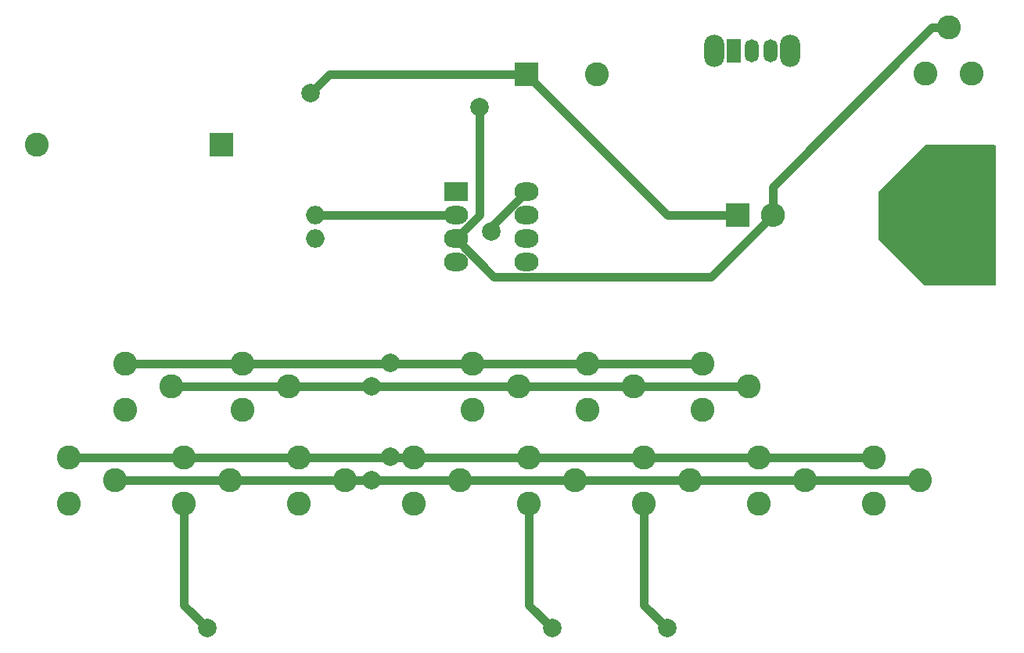
<source format=gbr>
%TF.GenerationSoftware,KiCad,Pcbnew,7.0.10*%
%TF.CreationDate,2024-02-14T13:14:13+01:00*%
%TF.ProjectId,stylophone,7374796c-6f70-4686-9f6e-652e6b696361,rev?*%
%TF.SameCoordinates,Original*%
%TF.FileFunction,Copper,L2,Bot*%
%TF.FilePolarity,Positive*%
%FSLAX46Y46*%
G04 Gerber Fmt 4.6, Leading zero omitted, Abs format (unit mm)*
G04 Created by KiCad (PCBNEW 7.0.10) date 2024-02-14 13:14:13*
%MOMM*%
%LPD*%
G01*
G04 APERTURE LIST*
%TA.AperFunction,ComponentPad*%
%ADD10C,2.600000*%
%TD*%
%TA.AperFunction,ComponentPad*%
%ADD11O,2.200000X3.500000*%
%TD*%
%TA.AperFunction,ComponentPad*%
%ADD12R,1.500000X2.500000*%
%TD*%
%TA.AperFunction,ComponentPad*%
%ADD13O,1.500000X2.500000*%
%TD*%
%TA.AperFunction,ComponentPad*%
%ADD14R,2.600000X2.600000*%
%TD*%
%TA.AperFunction,ComponentPad*%
%ADD15O,2.000000X2.000000*%
%TD*%
%TA.AperFunction,ComponentPad*%
%ADD16R,2.600000X2.000000*%
%TD*%
%TA.AperFunction,ComponentPad*%
%ADD17O,2.600000X2.000000*%
%TD*%
%TA.AperFunction,ComponentPad*%
%ADD18O,2.600000X2.600000*%
%TD*%
%TA.AperFunction,ViaPad*%
%ADD19C,2.000000*%
%TD*%
%TA.AperFunction,Conductor*%
%ADD20C,0.900000*%
%TD*%
G04 APERTURE END LIST*
D10*
%TO.P,RV_G1,1,1*%
%TO.N,/G*%
X81574000Y-79462000D03*
%TO.P,RV_G1,2,2*%
%TO.N,/DIS*%
X86574000Y-76962000D03*
%TO.P,RV_G1,3,3*%
%TO.N,/GND*%
X81574000Y-74462000D03*
%TD*%
%TO.P,RV_F#1,1,1*%
%TO.N,/F#*%
X75478000Y-69302000D03*
%TO.P,RV_F#1,2,2*%
%TO.N,/DIS*%
X80478000Y-66802000D03*
%TO.P,RV_F#1,3,3*%
%TO.N,/GND*%
X75478000Y-64302000D03*
%TD*%
%TO.P,RV_G#1,1,1*%
%TO.N,/G#*%
X87924000Y-69302000D03*
%TO.P,RV_G#1,2,2*%
%TO.N,/DIS*%
X92924000Y-66802000D03*
%TO.P,RV_G#1,3,3*%
%TO.N,/GND*%
X87924000Y-64302000D03*
%TD*%
D11*
%TO.P,SW1,*%
%TO.N,*%
X101600000Y-30480000D03*
X109800000Y-30480000D03*
D12*
%TO.P,SW1,1,A*%
%TO.N,/VCC*%
X103700000Y-30480000D03*
D13*
%TO.P,SW1,2,A*%
X105700000Y-30480000D03*
%TO.P,SW1,3,B*%
%TO.N,/VCC_Sw*%
X107700000Y-30480000D03*
%TD*%
D10*
%TO.P,RV_E1,1,1*%
%TO.N,/E*%
X56682000Y-79462000D03*
%TO.P,RV_E1,2,2*%
%TO.N,/DIS*%
X61682000Y-76962000D03*
%TO.P,RV_E1,3,3*%
%TO.N,/GND*%
X56682000Y-74462000D03*
%TD*%
%TO.P,RV2,1,1*%
%TO.N,/GND*%
X129500000Y-32940000D03*
%TO.P,RV2,2,2*%
%TO.N,/Q*%
X127000000Y-27940000D03*
%TO.P,RV2,3,3*%
%TO.N,unconnected-(RV2-Pad3)*%
X124500000Y-32940000D03*
%TD*%
%TO.P,RV_C#1,1,1*%
%TO.N,/C#*%
X37886000Y-69302000D03*
%TO.P,RV_C#1,2,2*%
%TO.N,/DIS*%
X42886000Y-66802000D03*
%TO.P,RV_C#1,3,3*%
%TO.N,/GND*%
X37886000Y-64302000D03*
%TD*%
%TO.P,RV_F1,1,1*%
%TO.N,/F*%
X69128000Y-79462000D03*
%TO.P,RV_F1,2,2*%
%TO.N,/DIS*%
X74128000Y-76962000D03*
%TO.P,RV_F1,3,3*%
%TO.N,/GND*%
X69128000Y-74462000D03*
%TD*%
D14*
%TO.P,BZ1,1,-*%
%TO.N,Net-(BZ1--)*%
X81280000Y-33020000D03*
D10*
%TO.P,BZ1,2,+*%
%TO.N,/GND*%
X88880000Y-33020000D03*
%TD*%
%TO.P,RV_B1,1,1*%
%TO.N,/B*%
X106466000Y-79462000D03*
%TO.P,RV_B1,2,2*%
%TO.N,/DIS*%
X111466000Y-76962000D03*
%TO.P,RV_B1,3,3*%
%TO.N,/GND*%
X106466000Y-74462000D03*
%TD*%
D15*
%TO.P,C1,1*%
%TO.N,/GND*%
X58420000Y-50760000D03*
%TO.P,C1,2*%
%TO.N,Net-(U1-THR)*%
X58420000Y-48260000D03*
%TD*%
D16*
%TO.P,U1,1,GND*%
%TO.N,/GND*%
X73660000Y-45720000D03*
D17*
%TO.P,U1,2,TR*%
%TO.N,Net-(U1-THR)*%
X73660000Y-48260000D03*
%TO.P,U1,3,Q*%
%TO.N,/Q*%
X73660000Y-50800000D03*
%TO.P,U1,4,R*%
%TO.N,/VCC_Sw*%
X73660000Y-53340000D03*
%TO.P,U1,5,CV*%
%TO.N,unconnected-(U1-CV-Pad5)*%
X81280000Y-53340000D03*
%TO.P,U1,6,THR*%
%TO.N,Net-(U1-THR)*%
X81280000Y-50800000D03*
%TO.P,U1,7,DIS*%
%TO.N,/DIS*%
X81280000Y-48260000D03*
%TO.P,U1,8,VCC*%
%TO.N,/VCC_Sw*%
X81280000Y-45720000D03*
%TD*%
D10*
%TO.P,RV_D1,1,1*%
%TO.N,/D*%
X44236000Y-79462000D03*
%TO.P,RV_D1,2,2*%
%TO.N,/DIS*%
X49236000Y-76962000D03*
%TO.P,RV_D1,3,3*%
%TO.N,/GND*%
X44236000Y-74462000D03*
%TD*%
%TO.P,RV_A#1,1,1*%
%TO.N,/A#*%
X100370000Y-69302000D03*
%TO.P,RV_A#1,2,2*%
%TO.N,/DIS*%
X105370000Y-66802000D03*
%TO.P,RV_A#1,3,3*%
%TO.N,/GND*%
X100370000Y-64302000D03*
%TD*%
%TO.P,RV_C1,1,1*%
%TO.N,/C*%
X31790000Y-79462000D03*
%TO.P,RV_C1,2,2*%
%TO.N,/DIS*%
X36790000Y-76962000D03*
%TO.P,RV_C1,3,3*%
%TO.N,/GND*%
X31790000Y-74462000D03*
%TD*%
%TO.P,RV_C2,1,1*%
%TO.N,/C2*%
X118912000Y-79462000D03*
%TO.P,RV_C2,2,2*%
%TO.N,/DIS*%
X123912000Y-76962000D03*
%TO.P,RV_C2,3,3*%
%TO.N,/GND*%
X118912000Y-74462000D03*
%TD*%
D14*
%TO.P,BT1,1,+*%
%TO.N,/VCC*%
X48260000Y-40640000D03*
D10*
%TO.P,BT1,2,-*%
%TO.N,/GND*%
X28260000Y-40640000D03*
%TD*%
%TO.P,RV_A1,1,1*%
%TO.N,/A*%
X94020000Y-79462000D03*
%TO.P,RV_A1,2,2*%
%TO.N,/DIS*%
X99020000Y-76962000D03*
%TO.P,RV_A1,3,3*%
%TO.N,/GND*%
X94020000Y-74462000D03*
%TD*%
D14*
%TO.P,D1,1,K*%
%TO.N,Net-(BZ1--)*%
X104140000Y-48260000D03*
D18*
%TO.P,D1,2,A*%
%TO.N,/Q*%
X107950000Y-48260000D03*
%TD*%
D10*
%TO.P,RV_D#1,1,1*%
%TO.N,/D#*%
X50586000Y-69302000D03*
%TO.P,RV_D#1,2,2*%
%TO.N,/DIS*%
X55586000Y-66802000D03*
%TO.P,RV_D#1,3,3*%
%TO.N,/GND*%
X50586000Y-64302000D03*
%TD*%
D19*
%TO.N,Net-(BZ1--)*%
X57912000Y-35052000D03*
%TO.N,/A*%
X96520000Y-92964000D03*
%TO.N,/D*%
X46736000Y-92964000D03*
%TO.N,/G*%
X84074000Y-92964000D03*
%TO.N,/GND*%
X66548000Y-74422000D03*
X66548000Y-64262000D03*
%TO.N,/Q*%
X76200000Y-36576000D03*
%TO.N,/DIS*%
X64516000Y-66802000D03*
X64516000Y-76962000D03*
%TO.N,/VCC_Sw*%
X121920000Y-48260000D03*
X77470000Y-50038000D03*
%TD*%
D20*
%TO.N,/Q*%
X107950000Y-45151523D02*
X107950000Y-48260000D01*
X125161523Y-27940000D02*
X107950000Y-45151523D01*
X127000000Y-27940000D02*
X125161523Y-27940000D01*
X101320000Y-54890000D02*
X107950000Y-48260000D01*
X77750000Y-54890000D02*
X101320000Y-54890000D01*
X73660000Y-50800000D02*
X77750000Y-54890000D01*
%TO.N,Net-(BZ1--)*%
X81280000Y-33020000D02*
X96520000Y-48260000D01*
X81280000Y-33020000D02*
X59944000Y-33020000D01*
X59944000Y-33020000D02*
X57912000Y-35052000D01*
X96520000Y-48260000D02*
X104140000Y-48260000D01*
%TO.N,/A*%
X94020000Y-90464000D02*
X96520000Y-92964000D01*
X94020000Y-79462000D02*
X94020000Y-90464000D01*
%TO.N,/D*%
X44236000Y-90464000D02*
X46736000Y-92964000D01*
X44236000Y-79462000D02*
X44236000Y-90464000D01*
%TO.N,/G*%
X81574000Y-79462000D02*
X81574000Y-90464000D01*
X81574000Y-90464000D02*
X84074000Y-92964000D01*
%TO.N,/GND*%
X106466000Y-74462000D02*
X94020000Y-74462000D01*
X66294000Y-64262000D02*
X66254000Y-64302000D01*
X66254000Y-64302000D02*
X50586000Y-64302000D01*
X87924000Y-64302000D02*
X75478000Y-64302000D01*
X50586000Y-64302000D02*
X37886000Y-64302000D01*
X81574000Y-74462000D02*
X69128000Y-74462000D01*
X66254000Y-74462000D02*
X56682000Y-74462000D01*
X66334000Y-64302000D02*
X66294000Y-64262000D01*
X44236000Y-74462000D02*
X31790000Y-74462000D01*
X56682000Y-74462000D02*
X44236000Y-74462000D01*
X118912000Y-74462000D02*
X106466000Y-74462000D01*
X69128000Y-74462000D02*
X66334000Y-74462000D01*
X66294000Y-74422000D02*
X66254000Y-74462000D01*
X100370000Y-64302000D02*
X87924000Y-64302000D01*
X75478000Y-64302000D02*
X66334000Y-64302000D01*
X94020000Y-74462000D02*
X81574000Y-74462000D01*
X66334000Y-74462000D02*
X66294000Y-74422000D01*
%TO.N,Net-(U1-THR)*%
X58420000Y-48260000D02*
X73660000Y-48260000D01*
%TO.N,/Q*%
X73660000Y-50800000D02*
X76200000Y-48260000D01*
X76200000Y-48260000D02*
X76200000Y-36576000D01*
%TO.N,/DIS*%
X42886000Y-66802000D02*
X55586000Y-66802000D01*
X64770000Y-66802000D02*
X80478000Y-66802000D01*
X74128000Y-76962000D02*
X86574000Y-76962000D01*
X36790000Y-76962000D02*
X49236000Y-76962000D01*
X55586000Y-66802000D02*
X64770000Y-66802000D01*
X61682000Y-76962000D02*
X64770000Y-76962000D01*
X99020000Y-76962000D02*
X111466000Y-76962000D01*
X111466000Y-76962000D02*
X123912000Y-76962000D01*
X64770000Y-76962000D02*
X74128000Y-76962000D01*
X86574000Y-76962000D02*
X99020000Y-76962000D01*
X49236000Y-76962000D02*
X61682000Y-76962000D01*
X92924000Y-66802000D02*
X105370000Y-66802000D01*
X80478000Y-66802000D02*
X92924000Y-66802000D01*
%TO.N,/VCC_Sw*%
X77470000Y-49530000D02*
X81280000Y-45720000D01*
X77470000Y-50038000D02*
X77470000Y-49530000D01*
%TD*%
%TA.AperFunction,Conductor*%
%TO.N,/VCC_Sw*%
G36*
X132022539Y-40659685D02*
G01*
X132068294Y-40712489D01*
X132079500Y-40764000D01*
X132079500Y-55756000D01*
X132059815Y-55823039D01*
X132007011Y-55868794D01*
X131955500Y-55880000D01*
X124511362Y-55880000D01*
X124444323Y-55860315D01*
X124423681Y-55843681D01*
X119416319Y-50836319D01*
X119382834Y-50774996D01*
X119380000Y-50748638D01*
X119380000Y-45771362D01*
X119399685Y-45704323D01*
X119416319Y-45683681D01*
X124423681Y-40676319D01*
X124485004Y-40642834D01*
X124511362Y-40640000D01*
X131955500Y-40640000D01*
X132022539Y-40659685D01*
G37*
%TD.AperFunction*%
%TD*%
M02*

</source>
